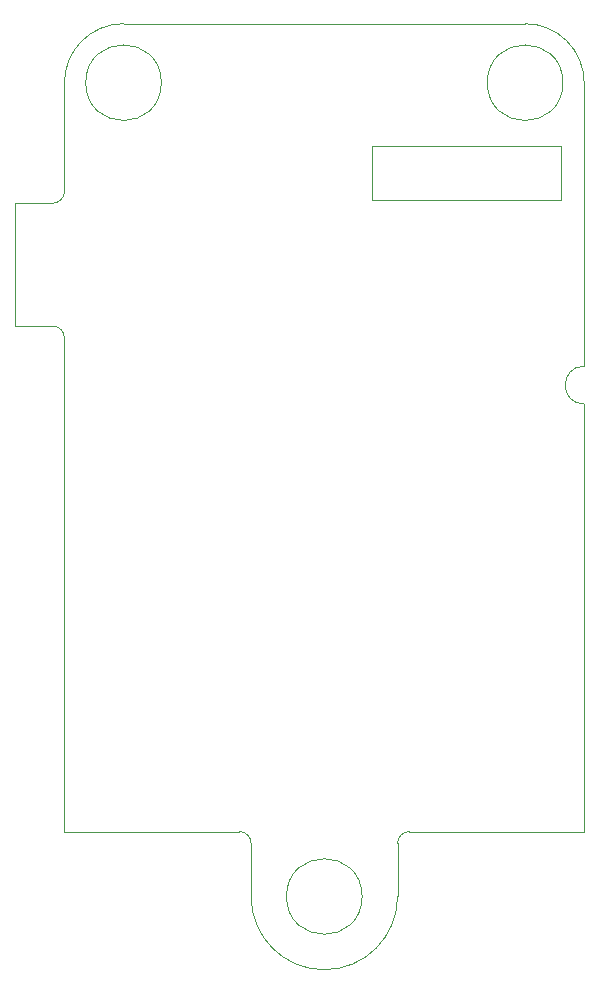
<source format=gbr>
%TF.GenerationSoftware,KiCad,Pcbnew,7.0.6-7.0.6~ubuntu20.04.1*%
%TF.CreationDate,2023-08-02T11:15:27+01:00*%
%TF.ProjectId,concept2creation,636f6e63-6570-4743-9263-72656174696f,rev?*%
%TF.SameCoordinates,Original*%
%TF.FileFunction,Profile,NP*%
%FSLAX46Y46*%
G04 Gerber Fmt 4.6, Leading zero omitted, Abs format (unit mm)*
G04 Created by KiCad (PCBNEW 7.0.6-7.0.6~ubuntu20.04.1) date 2023-08-02 11:15:27*
%MOMM*%
%LPD*%
G01*
G04 APERTURE LIST*
%TA.AperFunction,Profile*%
%ADD10C,0.100000*%
%TD*%
%TA.AperFunction,Profile*%
%ADD11C,0.120000*%
%TD*%
G04 APERTURE END LIST*
D10*
X23800000Y-79800000D02*
X23800000Y-90200000D01*
X43800000Y-138500000D02*
G75*
G03*
X56200000Y-138500000I6200000J0D01*
G01*
X28000000Y-91200000D02*
G75*
G03*
X27000000Y-90200000I-1000000J0D01*
G01*
X28000000Y-133000000D02*
X42800000Y-133000000D01*
X57200000Y-133000000D02*
X72000000Y-133000000D01*
X57200000Y-133000000D02*
G75*
G03*
X56200000Y-134000000I0J-1000000D01*
G01*
X72000000Y-69600000D02*
G75*
G03*
X67000000Y-64600000I-5000000J0D01*
G01*
X43800000Y-134000000D02*
G75*
G03*
X42800000Y-133000000I-1000000J0D01*
G01*
X56200000Y-138500000D02*
X56200000Y-134000000D01*
X70200000Y-69600000D02*
G75*
G03*
X70200000Y-69600000I-3200000J0D01*
G01*
X53200000Y-138500000D02*
G75*
G03*
X53200000Y-138500000I-3200000J0D01*
G01*
X36200000Y-69600000D02*
G75*
G03*
X36200000Y-69600000I-3200000J0D01*
G01*
X28000000Y-69600000D02*
X28000000Y-78800000D01*
X28000000Y-91200000D02*
X28000000Y-133000000D01*
X72000000Y-93600000D02*
G75*
G03*
X72000000Y-96800000I0J-1600000D01*
G01*
X72000000Y-93600000D02*
X72000000Y-69600000D01*
X27000000Y-79800000D02*
X23800000Y-79800000D01*
X23800000Y-90200000D02*
X27000000Y-90200000D01*
X27000000Y-79800000D02*
G75*
G03*
X28000000Y-78800000I0J1000000D01*
G01*
X43800000Y-138500000D02*
X43800000Y-134000000D01*
X67000000Y-64600000D02*
X33000000Y-64600000D01*
X72000000Y-133000000D02*
X72000000Y-96800000D01*
X33000000Y-64600000D02*
G75*
G03*
X28000000Y-69600000I0J-5000000D01*
G01*
D11*
%TO.C,M1*%
X54000000Y-75000000D02*
X70000000Y-75000000D01*
X54000000Y-79500000D02*
X54000000Y-75000000D01*
X70000000Y-75000000D02*
X70000000Y-79500000D01*
X70000000Y-79500000D02*
X54000000Y-79500000D01*
%TD*%
M02*

</source>
